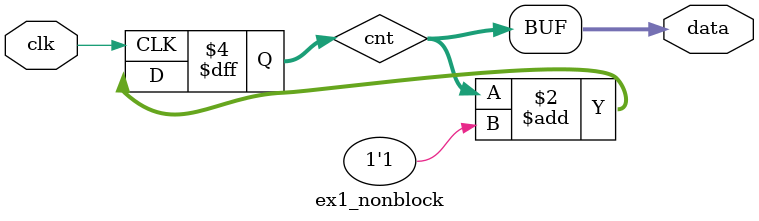
<source format=v>
module ex1_nonblock(
    input  clk,
    output [3:0] data
);
    reg [3:0] cnt = 4'h0;   // 按规范是要在复位时给初值，这里做了简化
    assign data = cnt;
    always @(posedge clk)
    begin
        cnt <= 5;
        cnt <= cnt + 1'b1;
    end

endmodule

</source>
